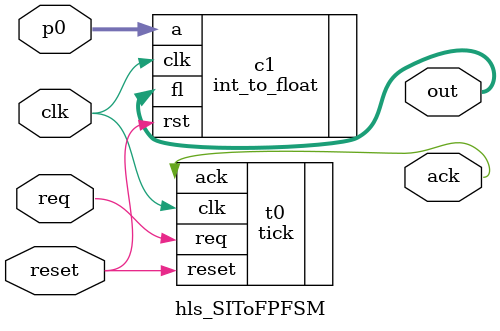
<source format=v>
module hls_SIToFPFSM(input clk,
                     input         reset,
                     input         req,
                     output        ack,
                  
                     input [31:0]  p0,
                     output [31:0] out);

   int_to_float c1(.clk(clk),
                   .rst(reset),
                   .a(p0),
                   .fl(out));


   tick #(.count(4)) t0 (.clk(clk), .reset(reset), .req(req), .ack(ack));
endmodule // hls_SIToFPFSM



</source>
